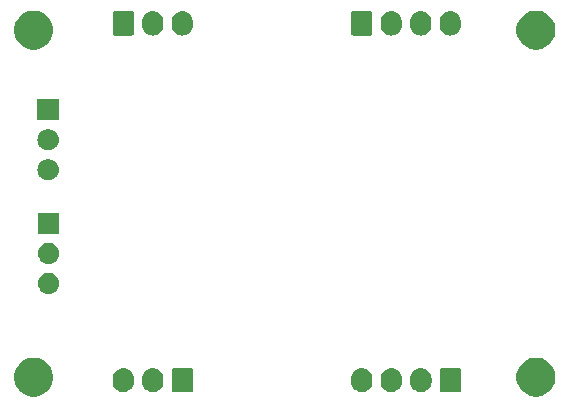
<source format=gbr>
G04 #@! TF.GenerationSoftware,KiCad,Pcbnew,(5.0.1)-3*
G04 #@! TF.CreationDate,2019-03-07T23:38:02-05:00*
G04 #@! TF.ProjectId,mars-aqua-adapter,6D6172732D617175612D616461707465,rev?*
G04 #@! TF.SameCoordinates,Original*
G04 #@! TF.FileFunction,Soldermask,Bot*
G04 #@! TF.FilePolarity,Negative*
%FSLAX46Y46*%
G04 Gerber Fmt 4.6, Leading zero omitted, Abs format (unit mm)*
G04 Created by KiCad (PCBNEW (5.0.1)-3) date 3/7/2019 11:38:02 PM*
%MOMM*%
%LPD*%
G01*
G04 APERTURE LIST*
%ADD10C,0.100000*%
G04 APERTURE END LIST*
D10*
G36*
X110989716Y-108347898D02*
X111096039Y-108369047D01*
X111396502Y-108493503D01*
X111663312Y-108671780D01*
X111666914Y-108674187D01*
X111896873Y-108904146D01*
X111896875Y-108904149D01*
X112074272Y-109169641D01*
X112077558Y-109174560D01*
X112089874Y-109204294D01*
X112202013Y-109475021D01*
X112265460Y-109793991D01*
X112265460Y-110119209D01*
X112202013Y-110438179D01*
X112175732Y-110501626D01*
X112077558Y-110738640D01*
X111896873Y-111009054D01*
X111666914Y-111239013D01*
X111666911Y-111239015D01*
X111396502Y-111419697D01*
X111096039Y-111544153D01*
X110989716Y-111565302D01*
X110777071Y-111607600D01*
X110451849Y-111607600D01*
X110239204Y-111565302D01*
X110132881Y-111544153D01*
X109832418Y-111419697D01*
X109562009Y-111239015D01*
X109562006Y-111239013D01*
X109332047Y-111009054D01*
X109151362Y-110738640D01*
X109053188Y-110501626D01*
X109026907Y-110438179D01*
X108963460Y-110119209D01*
X108963460Y-109793991D01*
X109026907Y-109475021D01*
X109139046Y-109204294D01*
X109151362Y-109174560D01*
X109154649Y-109169641D01*
X109332045Y-108904149D01*
X109332047Y-108904146D01*
X109562006Y-108674187D01*
X109565608Y-108671780D01*
X109832418Y-108493503D01*
X110132881Y-108369047D01*
X110239204Y-108347898D01*
X110451849Y-108305600D01*
X110777071Y-108305600D01*
X110989716Y-108347898D01*
X110989716Y-108347898D01*
G37*
G36*
X153516936Y-108347898D02*
X153623259Y-108369047D01*
X153923722Y-108493503D01*
X154190532Y-108671780D01*
X154194134Y-108674187D01*
X154424093Y-108904146D01*
X154424095Y-108904149D01*
X154601492Y-109169641D01*
X154604778Y-109174560D01*
X154617094Y-109204294D01*
X154729233Y-109475021D01*
X154792680Y-109793991D01*
X154792680Y-110119209D01*
X154729233Y-110438179D01*
X154702952Y-110501626D01*
X154604778Y-110738640D01*
X154424093Y-111009054D01*
X154194134Y-111239013D01*
X154194131Y-111239015D01*
X153923722Y-111419697D01*
X153623259Y-111544153D01*
X153516936Y-111565302D01*
X153304291Y-111607600D01*
X152979069Y-111607600D01*
X152766424Y-111565302D01*
X152660101Y-111544153D01*
X152359638Y-111419697D01*
X152089229Y-111239015D01*
X152089226Y-111239013D01*
X151859267Y-111009054D01*
X151678582Y-110738640D01*
X151580408Y-110501626D01*
X151554127Y-110438179D01*
X151490680Y-110119209D01*
X151490680Y-109793991D01*
X151554127Y-109475021D01*
X151666266Y-109204294D01*
X151678582Y-109174560D01*
X151681869Y-109169641D01*
X151859265Y-108904149D01*
X151859267Y-108904146D01*
X152089226Y-108674187D01*
X152092828Y-108671780D01*
X152359638Y-108493503D01*
X152660101Y-108369047D01*
X152766424Y-108347898D01*
X152979069Y-108305600D01*
X153304291Y-108305600D01*
X153516936Y-108347898D01*
X153516936Y-108347898D01*
G37*
G36*
X120876627Y-109187037D02*
X120989853Y-109221384D01*
X121046467Y-109238557D01*
X121185087Y-109312652D01*
X121202991Y-109322222D01*
X121238729Y-109351552D01*
X121340186Y-109434814D01*
X121423448Y-109536271D01*
X121452778Y-109572009D01*
X121536443Y-109728534D01*
X121587963Y-109898374D01*
X121601000Y-110030743D01*
X121601000Y-110369258D01*
X121587963Y-110501627D01*
X121553616Y-110614853D01*
X121536443Y-110671467D01*
X121462348Y-110810087D01*
X121452778Y-110827991D01*
X121423448Y-110863729D01*
X121340186Y-110965186D01*
X121202989Y-111077779D01*
X121046466Y-111161443D01*
X121005733Y-111173799D01*
X120876626Y-111212963D01*
X120700000Y-111230359D01*
X120523373Y-111212963D01*
X120394266Y-111173799D01*
X120353533Y-111161443D01*
X120197011Y-111077779D01*
X120197009Y-111077778D01*
X120154749Y-111043096D01*
X120059814Y-110965186D01*
X119947221Y-110827989D01*
X119863557Y-110671466D01*
X119846384Y-110614852D01*
X119812037Y-110501626D01*
X119799000Y-110369257D01*
X119799000Y-110030742D01*
X119812037Y-109898373D01*
X119863557Y-109728534D01*
X119863557Y-109728533D01*
X119947222Y-109572008D01*
X120059812Y-109434817D01*
X120154750Y-109356904D01*
X120197010Y-109322222D01*
X120214914Y-109312652D01*
X120353534Y-109238557D01*
X120410148Y-109221384D01*
X120523374Y-109187037D01*
X120700000Y-109169641D01*
X120876627Y-109187037D01*
X120876627Y-109187037D01*
G37*
G36*
X138576627Y-109187037D02*
X138689853Y-109221384D01*
X138746467Y-109238557D01*
X138885087Y-109312652D01*
X138902991Y-109322222D01*
X138938729Y-109351552D01*
X139040186Y-109434814D01*
X139123448Y-109536271D01*
X139152778Y-109572009D01*
X139236443Y-109728534D01*
X139287963Y-109898374D01*
X139301000Y-110030743D01*
X139301000Y-110369258D01*
X139287963Y-110501627D01*
X139253616Y-110614853D01*
X139236443Y-110671467D01*
X139162348Y-110810087D01*
X139152778Y-110827991D01*
X139123448Y-110863729D01*
X139040186Y-110965186D01*
X138902989Y-111077779D01*
X138746466Y-111161443D01*
X138705733Y-111173799D01*
X138576626Y-111212963D01*
X138400000Y-111230359D01*
X138223373Y-111212963D01*
X138094266Y-111173799D01*
X138053533Y-111161443D01*
X137897011Y-111077779D01*
X137897009Y-111077778D01*
X137854749Y-111043096D01*
X137759814Y-110965186D01*
X137647221Y-110827989D01*
X137563557Y-110671466D01*
X137546384Y-110614852D01*
X137512037Y-110501626D01*
X137499000Y-110369257D01*
X137499000Y-110030742D01*
X137512037Y-109898373D01*
X137563557Y-109728534D01*
X137563557Y-109728533D01*
X137647222Y-109572008D01*
X137759812Y-109434817D01*
X137854750Y-109356904D01*
X137897010Y-109322222D01*
X137914914Y-109312652D01*
X138053534Y-109238557D01*
X138110148Y-109221384D01*
X138223374Y-109187037D01*
X138400000Y-109169641D01*
X138576627Y-109187037D01*
X138576627Y-109187037D01*
G37*
G36*
X141076627Y-109187037D02*
X141189853Y-109221384D01*
X141246467Y-109238557D01*
X141385087Y-109312652D01*
X141402991Y-109322222D01*
X141438729Y-109351552D01*
X141540186Y-109434814D01*
X141623448Y-109536271D01*
X141652778Y-109572009D01*
X141736443Y-109728534D01*
X141787963Y-109898374D01*
X141801000Y-110030743D01*
X141801000Y-110369258D01*
X141787963Y-110501627D01*
X141753616Y-110614853D01*
X141736443Y-110671467D01*
X141662348Y-110810087D01*
X141652778Y-110827991D01*
X141623448Y-110863729D01*
X141540186Y-110965186D01*
X141402989Y-111077779D01*
X141246466Y-111161443D01*
X141205733Y-111173799D01*
X141076626Y-111212963D01*
X140900000Y-111230359D01*
X140723373Y-111212963D01*
X140594266Y-111173799D01*
X140553533Y-111161443D01*
X140397011Y-111077779D01*
X140397009Y-111077778D01*
X140354749Y-111043096D01*
X140259814Y-110965186D01*
X140147221Y-110827989D01*
X140063557Y-110671466D01*
X140046384Y-110614852D01*
X140012037Y-110501626D01*
X139999000Y-110369257D01*
X139999000Y-110030742D01*
X140012037Y-109898373D01*
X140063557Y-109728534D01*
X140063557Y-109728533D01*
X140147222Y-109572008D01*
X140259812Y-109434817D01*
X140354750Y-109356904D01*
X140397010Y-109322222D01*
X140414914Y-109312652D01*
X140553534Y-109238557D01*
X140610148Y-109221384D01*
X140723374Y-109187037D01*
X140900000Y-109169641D01*
X141076627Y-109187037D01*
X141076627Y-109187037D01*
G37*
G36*
X143576627Y-109187037D02*
X143689853Y-109221384D01*
X143746467Y-109238557D01*
X143885087Y-109312652D01*
X143902991Y-109322222D01*
X143938729Y-109351552D01*
X144040186Y-109434814D01*
X144123448Y-109536271D01*
X144152778Y-109572009D01*
X144236443Y-109728534D01*
X144287963Y-109898374D01*
X144301000Y-110030743D01*
X144301000Y-110369258D01*
X144287963Y-110501627D01*
X144253616Y-110614853D01*
X144236443Y-110671467D01*
X144162348Y-110810087D01*
X144152778Y-110827991D01*
X144123448Y-110863729D01*
X144040186Y-110965186D01*
X143902989Y-111077779D01*
X143746466Y-111161443D01*
X143705733Y-111173799D01*
X143576626Y-111212963D01*
X143400000Y-111230359D01*
X143223373Y-111212963D01*
X143094266Y-111173799D01*
X143053533Y-111161443D01*
X142897011Y-111077779D01*
X142897009Y-111077778D01*
X142854749Y-111043096D01*
X142759814Y-110965186D01*
X142647221Y-110827989D01*
X142563557Y-110671466D01*
X142546384Y-110614852D01*
X142512037Y-110501626D01*
X142499000Y-110369257D01*
X142499000Y-110030742D01*
X142512037Y-109898373D01*
X142563557Y-109728534D01*
X142563557Y-109728533D01*
X142647222Y-109572008D01*
X142759812Y-109434817D01*
X142854750Y-109356904D01*
X142897010Y-109322222D01*
X142914914Y-109312652D01*
X143053534Y-109238557D01*
X143110148Y-109221384D01*
X143223374Y-109187037D01*
X143400000Y-109169641D01*
X143576627Y-109187037D01*
X143576627Y-109187037D01*
G37*
G36*
X118376627Y-109187037D02*
X118489853Y-109221384D01*
X118546467Y-109238557D01*
X118685087Y-109312652D01*
X118702991Y-109322222D01*
X118738729Y-109351552D01*
X118840186Y-109434814D01*
X118923448Y-109536271D01*
X118952778Y-109572009D01*
X119036443Y-109728534D01*
X119087963Y-109898374D01*
X119101000Y-110030743D01*
X119101000Y-110369258D01*
X119087963Y-110501627D01*
X119053616Y-110614853D01*
X119036443Y-110671467D01*
X118962348Y-110810087D01*
X118952778Y-110827991D01*
X118923448Y-110863729D01*
X118840186Y-110965186D01*
X118702989Y-111077779D01*
X118546466Y-111161443D01*
X118505733Y-111173799D01*
X118376626Y-111212963D01*
X118200000Y-111230359D01*
X118023373Y-111212963D01*
X117894266Y-111173799D01*
X117853533Y-111161443D01*
X117697011Y-111077779D01*
X117697009Y-111077778D01*
X117654749Y-111043096D01*
X117559814Y-110965186D01*
X117447221Y-110827989D01*
X117363557Y-110671466D01*
X117346384Y-110614852D01*
X117312037Y-110501626D01*
X117299000Y-110369257D01*
X117299000Y-110030742D01*
X117312037Y-109898373D01*
X117363557Y-109728534D01*
X117363557Y-109728533D01*
X117447222Y-109572008D01*
X117559812Y-109434817D01*
X117654750Y-109356904D01*
X117697010Y-109322222D01*
X117714914Y-109312652D01*
X117853534Y-109238557D01*
X117910148Y-109221384D01*
X118023374Y-109187037D01*
X118200000Y-109169641D01*
X118376627Y-109187037D01*
X118376627Y-109187037D01*
G37*
G36*
X146658600Y-109177989D02*
X146691649Y-109188014D01*
X146722106Y-109204294D01*
X146748799Y-109226201D01*
X146770706Y-109252894D01*
X146786986Y-109283351D01*
X146797011Y-109316400D01*
X146801000Y-109356904D01*
X146801000Y-111043096D01*
X146797011Y-111083600D01*
X146786986Y-111116649D01*
X146770706Y-111147106D01*
X146748799Y-111173799D01*
X146722106Y-111195706D01*
X146691649Y-111211986D01*
X146658600Y-111222011D01*
X146618096Y-111226000D01*
X145181904Y-111226000D01*
X145141400Y-111222011D01*
X145108351Y-111211986D01*
X145077894Y-111195706D01*
X145051201Y-111173799D01*
X145029294Y-111147106D01*
X145013014Y-111116649D01*
X145002989Y-111083600D01*
X144999000Y-111043096D01*
X144999000Y-109356904D01*
X145002989Y-109316400D01*
X145013014Y-109283351D01*
X145029294Y-109252894D01*
X145051201Y-109226201D01*
X145077894Y-109204294D01*
X145108351Y-109188014D01*
X145141400Y-109177989D01*
X145181904Y-109174000D01*
X146618096Y-109174000D01*
X146658600Y-109177989D01*
X146658600Y-109177989D01*
G37*
G36*
X123958600Y-109177989D02*
X123991649Y-109188014D01*
X124022106Y-109204294D01*
X124048799Y-109226201D01*
X124070706Y-109252894D01*
X124086986Y-109283351D01*
X124097011Y-109316400D01*
X124101000Y-109356904D01*
X124101000Y-111043096D01*
X124097011Y-111083600D01*
X124086986Y-111116649D01*
X124070706Y-111147106D01*
X124048799Y-111173799D01*
X124022106Y-111195706D01*
X123991649Y-111211986D01*
X123958600Y-111222011D01*
X123918096Y-111226000D01*
X122481904Y-111226000D01*
X122441400Y-111222011D01*
X122408351Y-111211986D01*
X122377894Y-111195706D01*
X122351201Y-111173799D01*
X122329294Y-111147106D01*
X122313014Y-111116649D01*
X122302989Y-111083600D01*
X122299000Y-111043096D01*
X122299000Y-109356904D01*
X122302989Y-109316400D01*
X122313014Y-109283351D01*
X122329294Y-109252894D01*
X122351201Y-109226201D01*
X122377894Y-109204294D01*
X122408351Y-109188014D01*
X122441400Y-109177989D01*
X122481904Y-109174000D01*
X123918096Y-109174000D01*
X123958600Y-109177989D01*
X123958600Y-109177989D01*
G37*
G36*
X111982202Y-101109378D02*
X112048387Y-101115897D01*
X112161613Y-101150244D01*
X112218227Y-101167417D01*
X112356847Y-101241512D01*
X112374751Y-101251082D01*
X112410489Y-101280412D01*
X112511946Y-101363674D01*
X112595208Y-101465131D01*
X112624538Y-101500869D01*
X112624539Y-101500871D01*
X112708203Y-101657393D01*
X112708203Y-101657394D01*
X112759723Y-101827233D01*
X112777119Y-102003860D01*
X112759723Y-102180487D01*
X112725376Y-102293713D01*
X112708203Y-102350327D01*
X112634108Y-102488947D01*
X112624538Y-102506851D01*
X112595208Y-102542589D01*
X112511946Y-102644046D01*
X112410489Y-102727308D01*
X112374751Y-102756638D01*
X112374749Y-102756639D01*
X112218227Y-102840303D01*
X112161613Y-102857476D01*
X112048387Y-102891823D01*
X111982203Y-102898341D01*
X111916020Y-102904860D01*
X111827500Y-102904860D01*
X111761318Y-102898342D01*
X111695133Y-102891823D01*
X111581907Y-102857476D01*
X111525293Y-102840303D01*
X111368771Y-102756639D01*
X111368769Y-102756638D01*
X111333031Y-102727308D01*
X111231574Y-102644046D01*
X111148312Y-102542589D01*
X111118982Y-102506851D01*
X111109412Y-102488947D01*
X111035317Y-102350327D01*
X111018144Y-102293713D01*
X110983797Y-102180487D01*
X110966401Y-102003860D01*
X110983797Y-101827233D01*
X111035317Y-101657394D01*
X111035317Y-101657393D01*
X111118981Y-101500871D01*
X111118982Y-101500869D01*
X111148312Y-101465131D01*
X111231574Y-101363674D01*
X111333031Y-101280412D01*
X111368769Y-101251082D01*
X111386673Y-101241512D01*
X111525293Y-101167417D01*
X111581907Y-101150244D01*
X111695133Y-101115897D01*
X111761317Y-101109379D01*
X111827500Y-101102860D01*
X111916020Y-101102860D01*
X111982202Y-101109378D01*
X111982202Y-101109378D01*
G37*
G36*
X111982203Y-98569379D02*
X112048387Y-98575897D01*
X112161613Y-98610244D01*
X112218227Y-98627417D01*
X112356847Y-98701512D01*
X112374751Y-98711082D01*
X112410489Y-98740412D01*
X112511946Y-98823674D01*
X112595208Y-98925131D01*
X112624538Y-98960869D01*
X112624539Y-98960871D01*
X112708203Y-99117393D01*
X112708203Y-99117394D01*
X112759723Y-99287233D01*
X112777119Y-99463860D01*
X112759723Y-99640487D01*
X112725376Y-99753713D01*
X112708203Y-99810327D01*
X112634108Y-99948947D01*
X112624538Y-99966851D01*
X112595208Y-100002589D01*
X112511946Y-100104046D01*
X112410489Y-100187308D01*
X112374751Y-100216638D01*
X112374749Y-100216639D01*
X112218227Y-100300303D01*
X112161613Y-100317476D01*
X112048387Y-100351823D01*
X111982202Y-100358342D01*
X111916020Y-100364860D01*
X111827500Y-100364860D01*
X111761318Y-100358342D01*
X111695133Y-100351823D01*
X111581907Y-100317476D01*
X111525293Y-100300303D01*
X111368771Y-100216639D01*
X111368769Y-100216638D01*
X111333031Y-100187308D01*
X111231574Y-100104046D01*
X111148312Y-100002589D01*
X111118982Y-99966851D01*
X111109412Y-99948947D01*
X111035317Y-99810327D01*
X111018144Y-99753713D01*
X110983797Y-99640487D01*
X110966401Y-99463860D01*
X110983797Y-99287233D01*
X111035317Y-99117394D01*
X111035317Y-99117393D01*
X111118981Y-98960871D01*
X111118982Y-98960869D01*
X111148312Y-98925131D01*
X111231574Y-98823674D01*
X111333031Y-98740412D01*
X111368769Y-98711082D01*
X111386673Y-98701512D01*
X111525293Y-98627417D01*
X111581907Y-98610244D01*
X111695133Y-98575897D01*
X111761318Y-98569378D01*
X111827500Y-98562860D01*
X111916020Y-98562860D01*
X111982203Y-98569379D01*
X111982203Y-98569379D01*
G37*
G36*
X112772760Y-97824860D02*
X110970760Y-97824860D01*
X110970760Y-96022860D01*
X112772760Y-96022860D01*
X112772760Y-97824860D01*
X112772760Y-97824860D01*
G37*
G36*
X111941563Y-91485319D02*
X112007747Y-91491837D01*
X112120973Y-91526184D01*
X112177587Y-91543357D01*
X112316207Y-91617452D01*
X112334111Y-91627022D01*
X112369849Y-91656352D01*
X112471306Y-91739614D01*
X112554568Y-91841071D01*
X112583898Y-91876809D01*
X112583899Y-91876811D01*
X112667563Y-92033333D01*
X112667563Y-92033334D01*
X112719083Y-92203173D01*
X112736479Y-92379800D01*
X112719083Y-92556427D01*
X112684736Y-92669653D01*
X112667563Y-92726267D01*
X112593468Y-92864887D01*
X112583898Y-92882791D01*
X112554568Y-92918529D01*
X112471306Y-93019986D01*
X112369849Y-93103248D01*
X112334111Y-93132578D01*
X112334109Y-93132579D01*
X112177587Y-93216243D01*
X112120973Y-93233416D01*
X112007747Y-93267763D01*
X111941563Y-93274281D01*
X111875380Y-93280800D01*
X111786860Y-93280800D01*
X111720677Y-93274281D01*
X111654493Y-93267763D01*
X111541267Y-93233416D01*
X111484653Y-93216243D01*
X111328131Y-93132579D01*
X111328129Y-93132578D01*
X111292391Y-93103248D01*
X111190934Y-93019986D01*
X111107672Y-92918529D01*
X111078342Y-92882791D01*
X111068772Y-92864887D01*
X110994677Y-92726267D01*
X110977504Y-92669653D01*
X110943157Y-92556427D01*
X110925761Y-92379800D01*
X110943157Y-92203173D01*
X110994677Y-92033334D01*
X110994677Y-92033333D01*
X111078341Y-91876811D01*
X111078342Y-91876809D01*
X111107672Y-91841071D01*
X111190934Y-91739614D01*
X111292391Y-91656352D01*
X111328129Y-91627022D01*
X111346033Y-91617452D01*
X111484653Y-91543357D01*
X111541267Y-91526184D01*
X111654493Y-91491837D01*
X111720677Y-91485319D01*
X111786860Y-91478800D01*
X111875380Y-91478800D01*
X111941563Y-91485319D01*
X111941563Y-91485319D01*
G37*
G36*
X111941563Y-88945319D02*
X112007747Y-88951837D01*
X112120973Y-88986184D01*
X112177587Y-89003357D01*
X112316207Y-89077452D01*
X112334111Y-89087022D01*
X112369849Y-89116352D01*
X112471306Y-89199614D01*
X112554568Y-89301071D01*
X112583898Y-89336809D01*
X112583899Y-89336811D01*
X112667563Y-89493333D01*
X112667563Y-89493334D01*
X112719083Y-89663173D01*
X112736479Y-89839800D01*
X112719083Y-90016427D01*
X112684736Y-90129653D01*
X112667563Y-90186267D01*
X112593468Y-90324887D01*
X112583898Y-90342791D01*
X112554568Y-90378529D01*
X112471306Y-90479986D01*
X112369849Y-90563248D01*
X112334111Y-90592578D01*
X112334109Y-90592579D01*
X112177587Y-90676243D01*
X112120973Y-90693416D01*
X112007747Y-90727763D01*
X111941562Y-90734282D01*
X111875380Y-90740800D01*
X111786860Y-90740800D01*
X111720678Y-90734282D01*
X111654493Y-90727763D01*
X111541267Y-90693416D01*
X111484653Y-90676243D01*
X111328131Y-90592579D01*
X111328129Y-90592578D01*
X111292391Y-90563248D01*
X111190934Y-90479986D01*
X111107672Y-90378529D01*
X111078342Y-90342791D01*
X111068772Y-90324887D01*
X110994677Y-90186267D01*
X110977504Y-90129653D01*
X110943157Y-90016427D01*
X110925761Y-89839800D01*
X110943157Y-89663173D01*
X110994677Y-89493334D01*
X110994677Y-89493333D01*
X111078341Y-89336811D01*
X111078342Y-89336809D01*
X111107672Y-89301071D01*
X111190934Y-89199614D01*
X111292391Y-89116352D01*
X111328129Y-89087022D01*
X111346033Y-89077452D01*
X111484653Y-89003357D01*
X111541267Y-88986184D01*
X111654493Y-88951837D01*
X111720677Y-88945319D01*
X111786860Y-88938800D01*
X111875380Y-88938800D01*
X111941563Y-88945319D01*
X111941563Y-88945319D01*
G37*
G36*
X112732120Y-88200800D02*
X110930120Y-88200800D01*
X110930120Y-86398800D01*
X112732120Y-86398800D01*
X112732120Y-88200800D01*
X112732120Y-88200800D01*
G37*
G36*
X110989716Y-78955018D02*
X111096039Y-78976167D01*
X111396502Y-79100623D01*
X111428827Y-79122222D01*
X111666914Y-79281307D01*
X111896873Y-79511266D01*
X111896875Y-79511269D01*
X112021896Y-79698375D01*
X112077558Y-79781680D01*
X112202013Y-80082142D01*
X112265460Y-80401109D01*
X112265460Y-80726331D01*
X112202013Y-81045298D01*
X112077558Y-81345760D01*
X111896873Y-81616174D01*
X111666914Y-81846133D01*
X111666911Y-81846135D01*
X111396502Y-82026817D01*
X111096039Y-82151273D01*
X110989716Y-82172422D01*
X110777071Y-82214720D01*
X110451849Y-82214720D01*
X110239204Y-82172422D01*
X110132881Y-82151273D01*
X109832418Y-82026817D01*
X109562009Y-81846135D01*
X109562006Y-81846133D01*
X109332047Y-81616174D01*
X109151362Y-81345760D01*
X109026907Y-81045298D01*
X108963460Y-80726331D01*
X108963460Y-80401109D01*
X109026907Y-80082142D01*
X109151362Y-79781680D01*
X109207025Y-79698375D01*
X109332045Y-79511269D01*
X109332047Y-79511266D01*
X109562006Y-79281307D01*
X109800093Y-79122222D01*
X109832418Y-79100623D01*
X110132881Y-78976167D01*
X110239204Y-78955018D01*
X110451849Y-78912720D01*
X110777071Y-78912720D01*
X110989716Y-78955018D01*
X110989716Y-78955018D01*
G37*
G36*
X153516936Y-78955018D02*
X153623259Y-78976167D01*
X153923722Y-79100623D01*
X153956047Y-79122222D01*
X154194134Y-79281307D01*
X154424093Y-79511266D01*
X154424095Y-79511269D01*
X154549116Y-79698375D01*
X154604778Y-79781680D01*
X154729233Y-80082142D01*
X154792680Y-80401109D01*
X154792680Y-80726331D01*
X154729233Y-81045298D01*
X154604778Y-81345760D01*
X154424093Y-81616174D01*
X154194134Y-81846133D01*
X154194131Y-81846135D01*
X153923722Y-82026817D01*
X153623259Y-82151273D01*
X153516936Y-82172422D01*
X153304291Y-82214720D01*
X152979069Y-82214720D01*
X152766424Y-82172422D01*
X152660101Y-82151273D01*
X152359638Y-82026817D01*
X152089229Y-81846135D01*
X152089226Y-81846133D01*
X151859267Y-81616174D01*
X151678582Y-81345760D01*
X151554127Y-81045298D01*
X151490680Y-80726331D01*
X151490680Y-80401109D01*
X151554127Y-80082142D01*
X151678582Y-79781680D01*
X151734245Y-79698375D01*
X151859265Y-79511269D01*
X151859267Y-79511266D01*
X152089226Y-79281307D01*
X152327313Y-79122222D01*
X152359638Y-79100623D01*
X152660101Y-78976167D01*
X152766424Y-78955018D01*
X152979069Y-78912720D01*
X153304291Y-78912720D01*
X153516936Y-78955018D01*
X153516936Y-78955018D01*
G37*
G36*
X143558986Y-78987037D02*
X143672212Y-79021384D01*
X143728826Y-79038557D01*
X143885349Y-79122221D01*
X144022546Y-79234814D01*
X144105808Y-79336271D01*
X144135138Y-79372009D01*
X144135139Y-79372011D01*
X144218803Y-79528533D01*
X144235976Y-79585147D01*
X144270323Y-79698373D01*
X144283360Y-79830742D01*
X144283360Y-80169257D01*
X144270323Y-80301626D01*
X144218803Y-80471466D01*
X144135138Y-80627991D01*
X144135137Y-80627992D01*
X144022546Y-80765186D01*
X143927611Y-80843096D01*
X143885351Y-80877778D01*
X143885349Y-80877779D01*
X143728827Y-80961443D01*
X143688094Y-80973799D01*
X143558987Y-81012963D01*
X143382360Y-81030359D01*
X143205734Y-81012963D01*
X143076627Y-80973799D01*
X143035894Y-80961443D01*
X142879372Y-80877779D01*
X142879370Y-80877778D01*
X142742176Y-80765186D01*
X142742172Y-80765183D01*
X142629582Y-80627992D01*
X142545917Y-80471467D01*
X142524575Y-80401111D01*
X142494397Y-80301627D01*
X142481360Y-80169258D01*
X142481360Y-79830743D01*
X142494397Y-79698374D01*
X142545917Y-79528535D01*
X142545917Y-79528534D01*
X142629581Y-79372011D01*
X142742174Y-79234814D01*
X142843631Y-79151552D01*
X142879369Y-79122222D01*
X142897273Y-79112652D01*
X143035893Y-79038557D01*
X143092507Y-79021384D01*
X143205733Y-78987037D01*
X143382360Y-78969641D01*
X143558986Y-78987037D01*
X143558986Y-78987037D01*
G37*
G36*
X146058986Y-78987037D02*
X146172212Y-79021384D01*
X146228826Y-79038557D01*
X146385349Y-79122221D01*
X146522546Y-79234814D01*
X146605808Y-79336271D01*
X146635138Y-79372009D01*
X146635139Y-79372011D01*
X146718803Y-79528533D01*
X146735976Y-79585147D01*
X146770323Y-79698373D01*
X146783360Y-79830742D01*
X146783360Y-80169257D01*
X146770323Y-80301626D01*
X146718803Y-80471466D01*
X146635138Y-80627991D01*
X146635137Y-80627992D01*
X146522546Y-80765186D01*
X146427611Y-80843096D01*
X146385351Y-80877778D01*
X146385349Y-80877779D01*
X146228827Y-80961443D01*
X146188094Y-80973799D01*
X146058987Y-81012963D01*
X145882360Y-81030359D01*
X145705734Y-81012963D01*
X145576627Y-80973799D01*
X145535894Y-80961443D01*
X145379372Y-80877779D01*
X145379370Y-80877778D01*
X145242176Y-80765186D01*
X145242172Y-80765183D01*
X145129582Y-80627992D01*
X145045917Y-80471467D01*
X145024575Y-80401111D01*
X144994397Y-80301627D01*
X144981360Y-80169258D01*
X144981360Y-79830743D01*
X144994397Y-79698374D01*
X145045917Y-79528535D01*
X145045917Y-79528534D01*
X145129581Y-79372011D01*
X145242174Y-79234814D01*
X145343631Y-79151552D01*
X145379369Y-79122222D01*
X145397273Y-79112652D01*
X145535893Y-79038557D01*
X145592507Y-79021384D01*
X145705733Y-78987037D01*
X145882360Y-78969641D01*
X146058986Y-78987037D01*
X146058986Y-78987037D01*
G37*
G36*
X141058986Y-78987037D02*
X141172212Y-79021384D01*
X141228826Y-79038557D01*
X141385349Y-79122221D01*
X141522546Y-79234814D01*
X141605808Y-79336271D01*
X141635138Y-79372009D01*
X141635139Y-79372011D01*
X141718803Y-79528533D01*
X141735976Y-79585147D01*
X141770323Y-79698373D01*
X141783360Y-79830742D01*
X141783360Y-80169257D01*
X141770323Y-80301626D01*
X141718803Y-80471466D01*
X141635138Y-80627991D01*
X141635137Y-80627992D01*
X141522546Y-80765186D01*
X141427611Y-80843096D01*
X141385351Y-80877778D01*
X141385349Y-80877779D01*
X141228827Y-80961443D01*
X141188094Y-80973799D01*
X141058987Y-81012963D01*
X140882360Y-81030359D01*
X140705734Y-81012963D01*
X140576627Y-80973799D01*
X140535894Y-80961443D01*
X140379372Y-80877779D01*
X140379370Y-80877778D01*
X140242176Y-80765186D01*
X140242172Y-80765183D01*
X140129582Y-80627992D01*
X140045917Y-80471467D01*
X140024575Y-80401111D01*
X139994397Y-80301627D01*
X139981360Y-80169258D01*
X139981360Y-79830743D01*
X139994397Y-79698374D01*
X140045917Y-79528535D01*
X140045917Y-79528534D01*
X140129581Y-79372011D01*
X140242174Y-79234814D01*
X140343631Y-79151552D01*
X140379369Y-79122222D01*
X140397273Y-79112652D01*
X140535893Y-79038557D01*
X140592507Y-79021384D01*
X140705733Y-78987037D01*
X140882360Y-78969641D01*
X141058986Y-78987037D01*
X141058986Y-78987037D01*
G37*
G36*
X120876626Y-78987037D02*
X120989852Y-79021384D01*
X121046466Y-79038557D01*
X121202989Y-79122221D01*
X121340186Y-79234814D01*
X121423448Y-79336271D01*
X121452778Y-79372009D01*
X121452779Y-79372011D01*
X121536443Y-79528533D01*
X121553616Y-79585147D01*
X121587963Y-79698373D01*
X121601000Y-79830742D01*
X121601000Y-80169257D01*
X121587963Y-80301626D01*
X121536443Y-80471466D01*
X121452778Y-80627991D01*
X121452777Y-80627992D01*
X121340186Y-80765186D01*
X121245251Y-80843096D01*
X121202991Y-80877778D01*
X121202989Y-80877779D01*
X121046467Y-80961443D01*
X121005734Y-80973799D01*
X120876627Y-81012963D01*
X120700000Y-81030359D01*
X120523374Y-81012963D01*
X120394267Y-80973799D01*
X120353534Y-80961443D01*
X120197012Y-80877779D01*
X120197010Y-80877778D01*
X120059816Y-80765186D01*
X120059812Y-80765183D01*
X119947222Y-80627992D01*
X119863557Y-80471467D01*
X119842215Y-80401111D01*
X119812037Y-80301627D01*
X119799000Y-80169258D01*
X119799000Y-79830743D01*
X119812037Y-79698374D01*
X119863557Y-79528535D01*
X119863557Y-79528534D01*
X119947221Y-79372011D01*
X120059814Y-79234814D01*
X120161271Y-79151552D01*
X120197009Y-79122222D01*
X120214913Y-79112652D01*
X120353533Y-79038557D01*
X120410147Y-79021384D01*
X120523373Y-78987037D01*
X120700000Y-78969641D01*
X120876626Y-78987037D01*
X120876626Y-78987037D01*
G37*
G36*
X123376626Y-78987037D02*
X123489852Y-79021384D01*
X123546466Y-79038557D01*
X123702989Y-79122221D01*
X123840186Y-79234814D01*
X123923448Y-79336271D01*
X123952778Y-79372009D01*
X123952779Y-79372011D01*
X124036443Y-79528533D01*
X124053616Y-79585147D01*
X124087963Y-79698373D01*
X124101000Y-79830742D01*
X124101000Y-80169257D01*
X124087963Y-80301626D01*
X124036443Y-80471466D01*
X123952778Y-80627991D01*
X123952777Y-80627992D01*
X123840186Y-80765186D01*
X123745251Y-80843096D01*
X123702991Y-80877778D01*
X123702989Y-80877779D01*
X123546467Y-80961443D01*
X123505734Y-80973799D01*
X123376627Y-81012963D01*
X123200000Y-81030359D01*
X123023374Y-81012963D01*
X122894267Y-80973799D01*
X122853534Y-80961443D01*
X122697012Y-80877779D01*
X122697010Y-80877778D01*
X122559816Y-80765186D01*
X122559812Y-80765183D01*
X122447222Y-80627992D01*
X122363557Y-80471467D01*
X122342215Y-80401111D01*
X122312037Y-80301627D01*
X122299000Y-80169258D01*
X122299000Y-79830743D01*
X122312037Y-79698374D01*
X122363557Y-79528535D01*
X122363557Y-79528534D01*
X122447221Y-79372011D01*
X122559814Y-79234814D01*
X122661271Y-79151552D01*
X122697009Y-79122222D01*
X122714913Y-79112652D01*
X122853533Y-79038557D01*
X122910147Y-79021384D01*
X123023373Y-78987037D01*
X123200000Y-78969641D01*
X123376626Y-78987037D01*
X123376626Y-78987037D01*
G37*
G36*
X139140960Y-78977989D02*
X139174009Y-78988014D01*
X139204466Y-79004294D01*
X139231159Y-79026201D01*
X139253066Y-79052894D01*
X139269346Y-79083351D01*
X139279371Y-79116400D01*
X139283360Y-79156904D01*
X139283360Y-80843096D01*
X139279371Y-80883600D01*
X139269346Y-80916649D01*
X139253066Y-80947106D01*
X139231159Y-80973799D01*
X139204466Y-80995706D01*
X139174009Y-81011986D01*
X139140960Y-81022011D01*
X139100456Y-81026000D01*
X137664264Y-81026000D01*
X137623760Y-81022011D01*
X137590711Y-81011986D01*
X137560254Y-80995706D01*
X137533561Y-80973799D01*
X137511654Y-80947106D01*
X137495374Y-80916649D01*
X137485349Y-80883600D01*
X137481360Y-80843096D01*
X137481360Y-79156904D01*
X137485349Y-79116400D01*
X137495374Y-79083351D01*
X137511654Y-79052894D01*
X137533561Y-79026201D01*
X137560254Y-79004294D01*
X137590711Y-78988014D01*
X137623760Y-78977989D01*
X137664264Y-78974000D01*
X139100456Y-78974000D01*
X139140960Y-78977989D01*
X139140960Y-78977989D01*
G37*
G36*
X118958600Y-78977989D02*
X118991649Y-78988014D01*
X119022106Y-79004294D01*
X119048799Y-79026201D01*
X119070706Y-79052894D01*
X119086986Y-79083351D01*
X119097011Y-79116400D01*
X119101000Y-79156904D01*
X119101000Y-80843096D01*
X119097011Y-80883600D01*
X119086986Y-80916649D01*
X119070706Y-80947106D01*
X119048799Y-80973799D01*
X119022106Y-80995706D01*
X118991649Y-81011986D01*
X118958600Y-81022011D01*
X118918096Y-81026000D01*
X117481904Y-81026000D01*
X117441400Y-81022011D01*
X117408351Y-81011986D01*
X117377894Y-80995706D01*
X117351201Y-80973799D01*
X117329294Y-80947106D01*
X117313014Y-80916649D01*
X117302989Y-80883600D01*
X117299000Y-80843096D01*
X117299000Y-79156904D01*
X117302989Y-79116400D01*
X117313014Y-79083351D01*
X117329294Y-79052894D01*
X117351201Y-79026201D01*
X117377894Y-79004294D01*
X117408351Y-78988014D01*
X117441400Y-78977989D01*
X117481904Y-78974000D01*
X118918096Y-78974000D01*
X118958600Y-78977989D01*
X118958600Y-78977989D01*
G37*
M02*

</source>
